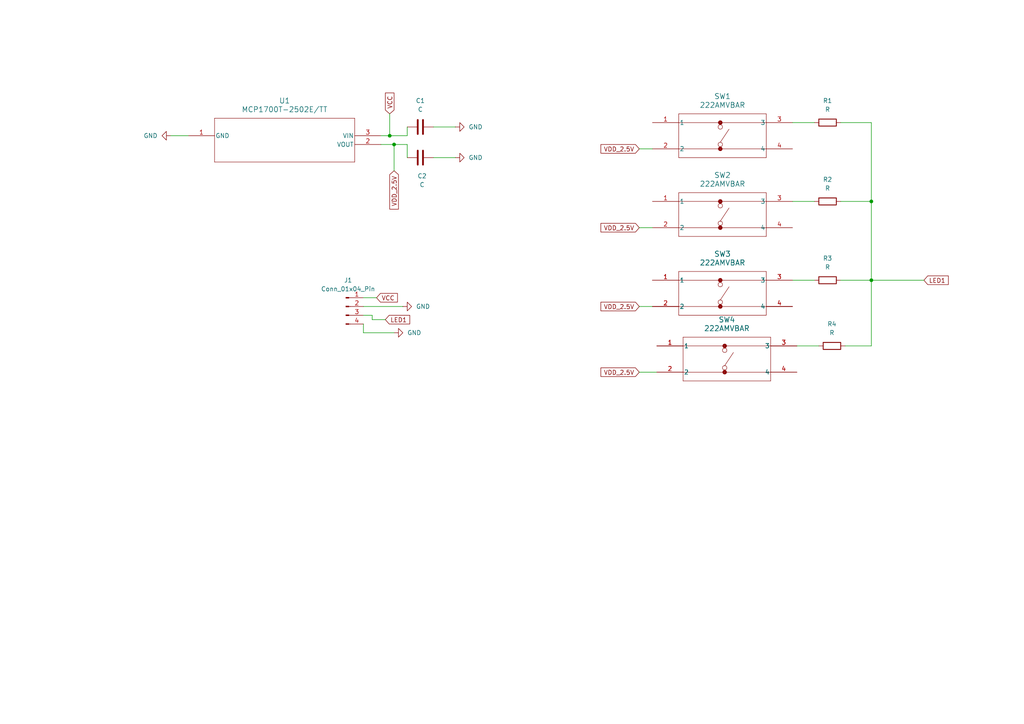
<source format=kicad_sch>
(kicad_sch (version 20231120) (generator "eeschema") (generator_version "8.0")
  (paper "A4")
  (lib_symbols
    (symbol "222AMVBAR:222AMVBAR" (pin_names (offset 0.254))
      (property "Reference" "SW" (at 20.32 10.16 0))
      (property "Value" "222AMVBAR" (at 20.32 7.62 0))
      (symbol "222AMVBAR_0_1"
        (polyline (pts (xy 7.62 -7.62) (xy 33.02 -7.62)) (stroke (width 0.127)))
        (polyline (pts (xy 7.62 2.54) (xy 33.02 2.54)) (stroke (width 0.127)))
        (polyline (pts (xy 7.62 5.08) (xy 7.62 -7.62)) (stroke (width 0.127)))
        (polyline (pts (xy 19.685 -5.08) (xy 19.685 -4.445)) (stroke (width 0.127)))
        (polyline (pts (xy 19.685 -3.175) (xy 22.225 0.635)) (stroke (width 0.127)))
        (polyline (pts (xy 19.685 2.54) (xy 19.685 1.905)) (stroke (width 0.127)))
        (polyline (pts (xy 33.02 -7.62) (xy 33.02 5.08)) (stroke (width 0.127)))
        (polyline (pts (xy 33.02 -5.08) (xy 7.62 -5.08)) (stroke (width 0.127)))
        (polyline (pts (xy 33.02 5.08) (xy 7.62 5.08)) (stroke (width 0.127)))
        (circle (center 19.685 -5.08) (radius 0.127) (stroke (width 0.508)))
        (circle (center 19.685 -3.81) (radius 0.635) (stroke (width 0.127)))
        (circle (center 19.685 1.27) (radius 0.635) (stroke (width 0.127)))
        (circle (center 19.685 2.54) (radius 0.127) (stroke (width 0.508)))
        (pin unspecified line (at 0 2.54 0) (length 7.62) (name "1") (number "1"))
        (pin unspecified line (at 0 -5.08 0) (length 7.62) (name "2") (number "2"))
        (pin unspecified line (at 40.64 2.54 180) (length 7.62) (name "3") (number "3"))
        (pin unspecified line (at 40.64 -5.08 180) (length 7.62) (name "4") (number "4"))
      )
    )
    (symbol "Connector:Conn_01x04_Pin" (pin_names (offset 1.016) hide)
      (property "Reference" "J" (at 0 5.08 0))
      (property "Value" "Conn_01x04_Pin" (at 0 -7.62 0))
      (symbol "Conn_01x04_Pin_1_1"
        (polyline (pts (xy 1.27 -5.08) (xy 0.8636 -5.08)) (stroke (width 0.1524)))
        (polyline (pts (xy 1.27 -2.54) (xy 0.8636 -2.54)) (stroke (width 0.1524)))
        (polyline (pts (xy 1.27 0) (xy 0.8636 0)) (stroke (width 0.1524)))
        (polyline (pts (xy 1.27 2.54) (xy 0.8636 2.54)) (stroke (width 0.1524)))
        (rectangle (start 0.8636 -4.953) (end 0 -5.207) (stroke (width 0.1524)) (fill (type outline)))
        (rectangle (start 0.8636 -2.413) (end 0 -2.667) (stroke (width 0.1524)) (fill (type outline)))
        (rectangle (start 0.8636 0.127) (end 0 -0.127) (stroke (width 0.1524)) (fill (type outline)))
        (rectangle (start 0.8636 2.667) (end 0 2.413) (stroke (width 0.1524)) (fill (type outline)))
        (pin passive line (at 5.08 2.54 180) (length 3.81) (name "Pin_1") (number "1"))
        (pin passive line (at 5.08 0 180) (length 3.81) (name "Pin_2") (number "2"))
        (pin passive line (at 5.08 -2.54 180) (length 3.81) (name "Pin_3") (number "3"))
        (pin passive line (at 5.08 -5.08 180) (length 3.81) (name "Pin_4") (number "4"))
      )
    )
    (symbol "Device:C" (pin_numbers hide) (pin_names (offset 0.254))
      (property "Reference" "C" (at 0.635 2.54 0))
      (property "Value" "C" (at 0.635 -2.54 0))
      (symbol "C_0_1"
        (polyline (pts (xy -2.032 -0.762) (xy 2.032 -0.762)) (stroke (width 0.508)))
        (polyline (pts (xy -2.032 0.762) (xy 2.032 0.762)) (stroke (width 0.508)))
      )
      (symbol "C_1_1"
        (pin passive line (at 0 3.81 270) (length 2.794) (name "~") (number "1"))
        (pin passive line (at 0 -3.81 90) (length 2.794) (name "~") (number "2"))
      )
    )
    (symbol "Device:R" (pin_numbers hide) (pin_names (offset 0))
      (property "Reference" "R" (at 2.032 0 90))
      (property "Value" "R" (at 0 0 90))
      (symbol "R_0_1"
        (rectangle (start -1.016 -2.54) (end 1.016 2.54) (stroke (width 0.254)))
      )
      (symbol "R_1_1"
        (pin passive line (at 0 3.81 270) (length 1.27) (name "~") (number "1"))
        (pin passive line (at 0 -3.81 90) (length 1.27) (name "~") (number "2"))
      )
    )
    (symbol "MCP1700_2.5V:MCP1700T-2502E_TT" (pin_names (offset 0.254))
      (property "Reference" "U" (at 27.94 10.16 0))
      (property "Value" "MCP1700T-2502E/TT" (at 27.94 7.62 0))
      (symbol "MCP1700T-2502E_TT_0_1"
        (polyline (pts (xy 7.62 -7.62) (xy 48.26 -7.62)) (stroke (width 0.127)))
        (polyline (pts (xy 7.62 5.08) (xy 7.62 -7.62)) (stroke (width 0.127)))
        (polyline (pts (xy 48.26 -7.62) (xy 48.26 5.08)) (stroke (width 0.127)))
        (polyline (pts (xy 48.26 5.08) (xy 7.62 5.08)) (stroke (width 0.127)))
        (pin unspecified line (at 0 0 0) (length 7.62) (name "GND") (number "1"))
        (pin unspecified line (at 55.88 -2.54 180) (length 7.62) (name "VOUT") (number "2"))
        (pin unspecified line (at 55.88 0 180) (length 7.62) (name "VIN") (number "3"))
      )
    )
    (symbol "power:GND" (power) (pin_numbers hide) (pin_names (offset 0) hide)
      (property "Value" "GND" (at 0 -3.81 0))
      (symbol "GND_0_1"
        (polyline (pts (xy 0 0) (xy 0 -1.27) (xy 1.27 -1.27) (xy 0 -2.54) (xy -1.27 -1.27) (xy 0 -1.27)))
      )
      (symbol "GND_1_1"
        (pin power_in line (at 0 0 270) (length 0) (name "~") (number "1"))
      )
    )
  )
  (junction (at 113.03 39.37))
  (junction (at 114.3 41.91))
  (junction (at 252.73 81.28))
  (junction (at 252.73 58.42))
  (wire (pts (xy 243.84 81.28) (xy 252.73 81.28)))
  (wire (pts (xy 185.42 88.9) (xy 189.23 88.9)))
  (wire (pts (xy 231.14 100.33) (xy 237.49 100.33)))
  (wire (pts (xy 114.3 49.53) (xy 114.3 41.91)))
  (wire (pts (xy 229.87 81.28) (xy 236.22 81.28)))
  (wire (pts (xy 105.41 88.9) (xy 116.84 88.9)))
  (wire (pts (xy 107.95 92.71) (xy 111.76 92.71)))
  (wire (pts (xy 252.73 58.42) (xy 252.73 81.28)))
  (wire (pts (xy 229.87 35.56) (xy 236.22 35.56)))
  (wire (pts (xy 125.73 36.83) (xy 132.08 36.83)))
  (wire (pts (xy 125.73 45.72) (xy 132.08 45.72)))
  (wire (pts (xy 243.84 58.42) (xy 252.73 58.42)))
  (wire (pts (xy 252.73 81.28) (xy 267.97 81.28)))
  (wire (pts (xy 243.84 35.56) (xy 252.73 35.56)))
  (wire (pts (xy 113.03 33.02) (xy 113.03 39.37)))
  (wire (pts (xy 105.41 96.52) (xy 105.41 93.98)))
  (wire (pts (xy 252.73 81.28) (xy 252.73 100.33)))
  (wire (pts (xy 185.42 43.18) (xy 189.23 43.18)))
  (wire (pts (xy 118.11 36.83) (xy 118.11 39.37)))
  (wire (pts (xy 105.41 91.44) (xy 107.95 91.44)))
  (wire (pts (xy 113.03 39.37) (xy 118.11 39.37)))
  (wire (pts (xy 245.11 100.33) (xy 252.73 100.33)))
  (wire (pts (xy 229.87 58.42) (xy 236.22 58.42)))
  (wire (pts (xy 105.41 86.36) (xy 109.22 86.36)))
  (wire (pts (xy 185.42 66.04) (xy 189.23 66.04)))
  (wire (pts (xy 252.73 35.56) (xy 252.73 58.42)))
  (wire (pts (xy 105.41 96.52) (xy 114.3 96.52)))
  (wire (pts (xy 110.49 39.37) (xy 113.03 39.37)))
  (wire (pts (xy 49.53 39.37) (xy 54.61 39.37)))
  (wire (pts (xy 185.42 107.95) (xy 190.5 107.95)))
  (wire (pts (xy 107.95 91.44) (xy 107.95 92.71)))
  (wire (pts (xy 114.3 41.91) (xy 118.11 41.91)))
  (wire (pts (xy 118.11 45.72) (xy 118.11 41.91)))
  (wire (pts (xy 110.49 41.91) (xy 114.3 41.91)))
  (global_label "VDD_2.5V" (shape input) (at 114.3 49.53 270) (property "Intersheetrefs" "${INTERSHEET_REFS}" (effects (hide yes))))
  (global_label "VCC" (shape input) (at 113.03 33.02 90) (property "Intersheetrefs" "${INTERSHEET_REFS}" (effects (hide yes))))
  (global_label "LED1" (shape input) (at 267.97 81.28 0) (property "Intersheetrefs" "${INTERSHEET_REFS}" (effects (hide yes))))
  (global_label "VDD_2.5V" (shape input) (at 185.42 88.9 180) (property "Intersheetrefs" "${INTERSHEET_REFS}" (effects (hide yes))))
  (global_label "VCC" (shape input) (at 109.22 86.36 0) (property "Intersheetrefs" "${INTERSHEET_REFS}" (effects (hide yes))))
  (global_label "VDD_2.5V" (shape input) (at 185.42 107.95 180) (property "Intersheetrefs" "${INTERSHEET_REFS}" (effects (hide yes))))
  (global_label "VDD_2.5V" (shape input) (at 185.42 66.04 180) (property "Intersheetrefs" "${INTERSHEET_REFS}" (effects (hide yes))))
  (global_label "LED1" (shape input) (at 111.76 92.71 0) (property "Intersheetrefs" "${INTERSHEET_REFS}" (effects (hide yes))))
  (global_label "VDD_2.5V" (shape input) (at 185.42 43.18 180) (property "Intersheetrefs" "${INTERSHEET_REFS}" (effects (hide yes))))
  (symbol (lib_id "Device:C") (at 121.92 36.83 90) (unit 1)
    (property "Reference" "C1" (at 121.92 29.21 90))
    (property "Value" "C" (at 121.92 31.75 90))
    (property "Footprint" "Capacitor_SMD:C_0603_1608Metric" (effects (hide yes)))
    (property "Description" "Unpolarized capacitor" (effects (hide yes)))
  )
  (symbol (lib_id "Device:R") (at 240.03 58.42 90) (unit 1)
    (property "Reference" "R2" (at 240.03 52.07 90))
    (property "Value" "R" (at 240.03 54.61 90))
    (property "Footprint" "Resistor_SMD:R_0603_1608Metric" (effects (hide yes)))
    (property "Description" "Resistor" (effects (hide yes)))
  )
  (symbol (lib_id "Connector:Conn_01x04_Pin") (at 100.33 88.9 0) (unit 1)
    (property "Reference" "J1" (at 100.965 81.28 0))
    (property "Value" "Conn_01x04_Pin" (at 100.965 83.82 0))
    (property "Footprint" "Connector_PinHeader_2.54mm:PinHeader_1x04_P2.54mm_Vertical" (effects (hide yes)))
    (property "Description" "Generic connector, single row, 01x04, script generated" (effects (hide yes)))
  )
  (symbol (lib_id "MCP1700_2.5V:MCP1700T-2502E_TT") (at 54.61 39.37 0) (unit 1)
    (property "Reference" "U1" (at 82.55 29.21 0) (effects (font (size 1.524 1.524))))
    (property "Value" "MCP1700T-2502E/TT" (at 82.55 31.75 0) (effects (font (size 1.524 1.524))))
    (property "Footprint" "SOT-23_MC_MCH" (effects (hide yes)))
    (property "Datasheet" "MCP1700T-2502E/TT" (effects (hide yes)))
  )
  (symbol (lib_id "222AMVBAR:222AMVBAR") (at 189.23 60.96 0) (unit 1)
    (property "Reference" "SW2" (at 209.55 50.8 0) (effects (font (size 1.524 1.524))))
    (property "Value" "222AMVBAR" (at 209.55 53.34 0) (effects (font (size 1.524 1.524))))
    (property "Footprint" "222AMVBAR:SO4_222A-M-V-B_CTS" (effects (hide yes)))
    (property "Datasheet" "222AMVBAR" (effects (hide yes)))
  )
  (symbol (lib_id "222AMVBAR:222AMVBAR") (at 190.5 102.87 0) (unit 1)
    (property "Reference" "SW4" (at 210.82 92.71 0) (effects (font (size 1.524 1.524))))
    (property "Value" "222AMVBAR" (at 210.82 95.25 0) (effects (font (size 1.524 1.524))))
    (property "Footprint" "222AMVBAR:SO4_222A-M-V-B_CTS" (effects (hide yes)))
    (property "Datasheet" "222AMVBAR" (effects (hide yes)))
  )
  (symbol (lib_id "222AMVBAR:222AMVBAR") (at 189.23 83.82 0) (unit 1)
    (property "Reference" "SW3" (at 209.55 73.66 0) (effects (font (size 1.524 1.524))))
    (property "Value" "222AMVBAR" (at 209.55 76.2 0) (effects (font (size 1.524 1.524))))
    (property "Footprint" "222AMVBAR:SO4_222A-M-V-B_CTS" (effects (hide yes)))
    (property "Datasheet" "222AMVBAR" (effects (hide yes)))
  )
  (symbol (lib_id "power:GND") (at 49.53 39.37 270) (unit 1)
    (property "Reference" "#PWR04" (effects (hide yes)))
    (property "Value" "GND" (at 45.72 39.3699 90) (effects (justify right)))
    (property "Description" "Power symbol creates a global label with name \"GND\" , ground" (effects (hide yes)))
  )
  (symbol (lib_id "power:GND") (at 132.08 45.72 90) (unit 1)
    (property "Reference" "#PWR01" (effects (hide yes)))
    (property "Value" "GND" (at 135.89 45.7199 90) (effects (justify right)))
    (property "Description" "Power symbol creates a global label with name \"GND\" , ground" (effects (hide yes)))
  )
  (symbol (lib_id "Device:R") (at 240.03 35.56 90) (unit 1)
    (property "Reference" "R1" (at 240.03 29.21 90))
    (property "Value" "R" (at 240.03 31.75 90))
    (property "Footprint" "Resistor_SMD:R_0603_1608Metric" (effects (hide yes)))
    (property "Description" "Resistor" (effects (hide yes)))
  )
  (symbol (lib_id "power:GND") (at 132.08 36.83 90) (unit 1)
    (property "Reference" "#PWR02" (effects (hide yes)))
    (property "Value" "GND" (at 135.89 36.8299 90) (effects (justify right)))
    (property "Description" "Power symbol creates a global label with name \"GND\" , ground" (effects (hide yes)))
  )
  (symbol (lib_id "Device:C") (at 121.92 45.72 90) (unit 1)
    (property "Reference" "C2" (at 122.428 51.054 90))
    (property "Value" "C" (at 122.428 53.594 90))
    (property "Footprint" "Capacitor_SMD:C_0603_1608Metric" (effects (hide yes)))
    (property "Description" "Unpolarized capacitor" (effects (hide yes)))
  )
  (symbol (lib_id "222AMVBAR:222AMVBAR") (at 189.23 38.1 0) (unit 1)
    (property "Reference" "SW1" (at 209.55 27.94 0) (effects (font (size 1.524 1.524))))
    (property "Value" "222AMVBAR" (at 209.55 30.48 0) (effects (font (size 1.524 1.524))))
    (property "Footprint" "222AMVBAR:SO4_222A-M-V-B_CTS" (effects (hide yes)))
    (property "Datasheet" "222AMVBAR" (effects (hide yes)))
  )
  (symbol (lib_id "power:GND") (at 114.3 96.52 90) (unit 1)
    (property "Reference" "#PWR05" (effects (hide yes)))
    (property "Value" "GND" (at 118.11 96.5199 90) (effects (justify right)))
    (property "Description" "Power symbol creates a global label with name \"GND\" , ground" (effects (hide yes)))
  )
  (symbol (lib_id "Device:R") (at 241.3 100.33 90) (unit 1)
    (property "Reference" "R4" (at 241.3 93.98 90))
    (property "Value" "R" (at 241.3 96.52 90))
    (property "Footprint" "Resistor_SMD:R_0603_1608Metric" (effects (hide yes)))
    (property "Description" "Resistor" (effects (hide yes)))
  )
  (symbol (lib_id "power:GND") (at 116.84 88.9 90) (unit 1)
    (property "Reference" "#PWR03" (effects (hide yes)))
    (property "Value" "GND" (at 120.65 88.8999 90) (effects (justify right)))
    (property "Description" "Power symbol creates a global label with name \"GND\" , ground" (effects (hide yes)))
  )
  (symbol (lib_id "Device:R") (at 240.03 81.28 90) (unit 1)
    (property "Reference" "R3" (at 240.03 74.93 90))
    (property "Value" "R" (at 240.03 77.47 90))
    (property "Footprint" "Resistor_SMD:R_0603_1608Metric" (effects (hide yes)))
    (property "Description" "Resistor" (effects (hide yes)))
  )
)
</source>
